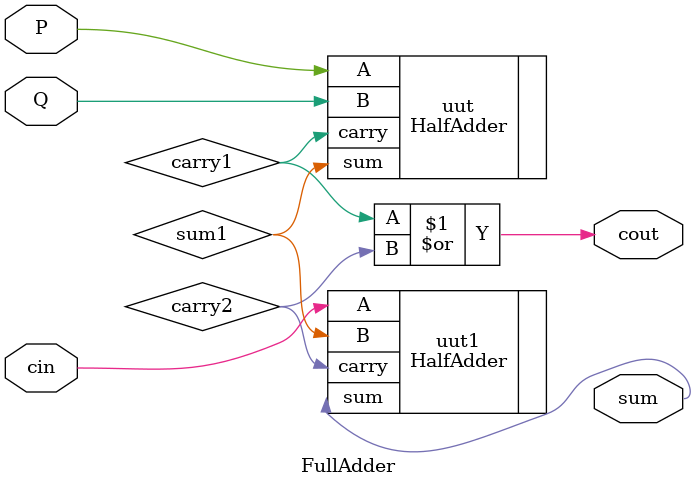
<source format=v>
`timescale 1ns/1ns

module FullAdder(P, Q, cin, sum, cout);

	input P, Q, cin;
	output cout, sum;
	
	wire sum1;
	wire carry1;
	wire carry2;
	
	
        HalfAdder uut (.sum(sum1), .carry(carry1), .A(P), .B(Q));
	
	HalfAdder uut1 (.sum(sum), .carry(carry2), .A(cin), .B(sum1));
	
	or (cout, carry1, carry2);
	
endmodule

</source>
